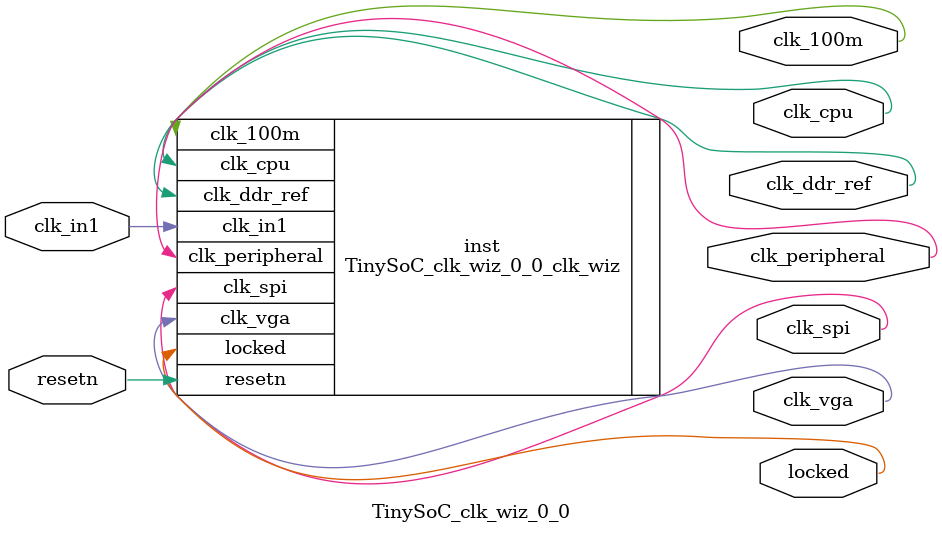
<source format=v>


`timescale 1ps/1ps

(* CORE_GENERATION_INFO = "TinySoC_clk_wiz_0_0,clk_wiz_v6_0_2_0_0,{component_name=TinySoC_clk_wiz_0_0,use_phase_alignment=true,use_min_o_jitter=false,use_max_i_jitter=false,use_dyn_phase_shift=false,use_inclk_switchover=false,use_dyn_reconfig=false,enable_axi=0,feedback_source=FDBK_AUTO,PRIMITIVE=MMCM,num_out_clk=6,clkin1_period=10.000,clkin2_period=10.000,use_power_down=false,use_reset=true,use_locked=true,use_inclk_stopped=false,feedback_type=SINGLE,CLOCK_MGR_TYPE=NA,manual_override=false}" *)

module TinySoC_clk_wiz_0_0 
 (
  // Clock out ports
  output        clk_cpu,
  output        clk_ddr_ref,
  output        clk_vga,
  output        clk_spi,
  output        clk_peripheral,
  output        clk_100m,
  // Status and control signals
  input         resetn,
  output        locked,
 // Clock in ports
  input         clk_in1
 );

  TinySoC_clk_wiz_0_0_clk_wiz inst
  (
  // Clock out ports  
  .clk_cpu(clk_cpu),
  .clk_ddr_ref(clk_ddr_ref),
  .clk_vga(clk_vga),
  .clk_spi(clk_spi),
  .clk_peripheral(clk_peripheral),
  .clk_100m(clk_100m),
  // Status and control signals               
  .resetn(resetn), 
  .locked(locked),
 // Clock in ports
  .clk_in1(clk_in1)
  );

endmodule

</source>
